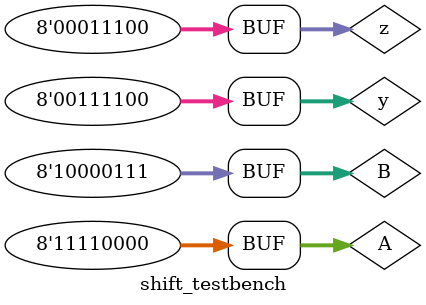
<source format=v>

module shift_testbench();
reg [7:0]A;
reg signed [7:0]B;

wire [7:0]y;
wire [7:0]z;

assign y = A>>>2;
assign z = B<<<2;



				  initial 
				  begin
				  
				   A=8'b10000001;  B=8'b10000001; 
				  #100
				   A=8'b10110000;  B=8'b10110000; 
				  #100
				   A=8'b01110000;  B=8'b01000011; 
				  #100
               A=8'b11110000;  B=8'b10000111; 
				  
				  end
				  endmodule
				  
</source>
